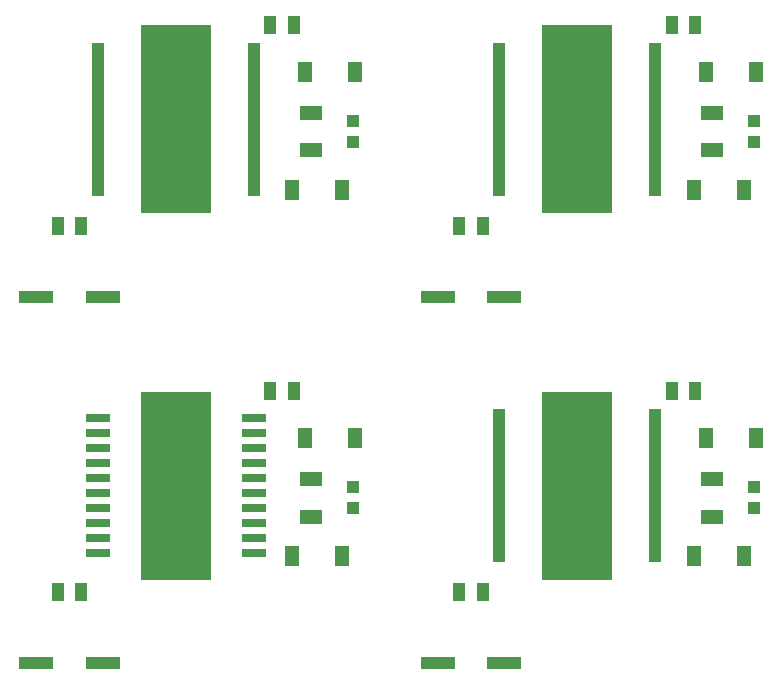
<source format=gtp>
%MOIN*%
%OFA0B0*%
%FSLAX46Y46*%
%IPPOS*%
%LPD*%
%ADD14R,0.07874X0.025*%
%ADD15R,0.23622X0.62598401574803153*%
%ADD16R,0.04330700787401575X0.03937*%
%ADD17R,0.11811X0.03937*%
%ADD18R,0.05X0.065*%
%ADD19R,0.074802992125984263X0.047244015748031491*%
%ADD20R,0.03937X0.061024015748031506*%
%ADD31R,0.07874X0.025*%
%ADD32R,0.23622X0.62598401574803153*%
%ADD33R,0.04330700787401575X0.03937*%
%ADD34R,0.11811X0.03937*%
%ADD35R,0.05X0.065*%
%ADD36R,0.074802992125984263X0.047244015748031491*%
%ADD37R,0.03937X0.061024015748031506*%
%ADD38R,0.07874X0.025*%
%ADD39R,0.23622X0.62598401574803153*%
%ADD40R,0.04330700787401575X0.03937*%
%ADD41R,0.11811X0.03937*%
%ADD42R,0.05X0.065*%
%ADD43R,0.074802992125984263X0.047244015748031491*%
%ADD44R,0.03937X0.061024015748031506*%
%ADD45R,0.07874X0.025*%
%ADD46R,0.23622X0.62598401574803153*%
%ADD47R,0.04330700787401575X0.03937*%
%ADD48R,0.11811X0.03937*%
%ADD49R,0.05X0.065*%
%ADD50R,0.074802992125984263X0.047244015748031491*%
%ADD51R,0.03937X0.061024015748031506*%
G90*
G54D14*
G01X0002887637Y0000991692D03*
G01X0002887637Y0000941692D03*
G01X0002887637Y0000891692D03*
G01X0002887637Y0000841692D03*
G01X0002887637Y0000791692D03*
G01X0002887637Y0000741692D03*
G01X0002887637Y0000691692D03*
G01X0002887637Y0000641692D03*
G01X0002887637Y0000591692D03*
G01X0002887637Y0000541692D03*
G01X0003407283Y0000541692D03*
G01X0003407283Y0000591692D03*
G01X0003407283Y0000641692D03*
G01X0003407283Y0000691692D03*
G01X0003407283Y0000741692D03*
G01X0003407283Y0000791692D03*
G01X0003407283Y0000841692D03*
G01X0003407283Y0000891692D03*
G01X0003407283Y0000941692D03*
G01X0003407283Y0000991692D03*
G54D15*
G01X0003147480Y0000766692D03*
G54D16*
G01X0003737992Y0000762755D03*
G01X0003737992Y0000691889D03*
G54D17*
G01X0002682874Y0000176181D03*
G01X0002903385Y0000176181D03*
G54D18*
G01X0003534881Y0000530511D03*
G01X0003701929Y0000530511D03*
G01X0003744251Y0000924173D03*
G01X0003577244Y0000924173D03*
G54D19*
G01X0003597480Y0000789685D03*
G01X0003597480Y0000663700D03*
G54D20*
G01X0003462401Y0001081653D03*
G01X0003541141Y0001081653D03*
G01X0002753779Y0000412401D03*
G01X0002832519Y0000412401D03*
G04 next file*
G04 Layer: TopPasteMaskLayer*
G04 EasyEDA v6.3.53, 2020-06-26T16:53:54--4:00*
G04 395d111042f2402990e7a52cfaf045f1,10*
G04 Gerber Generator version 0.2*
G04 Scale: 100 percent, Rotated: No, Reflected: No *
G04 Dimensions in millimeters *
G04 leading zeros omitted , absolute positions ,3 integer and 3 decimal *
G90*
G04 skipping 71
D31*
G01X0002887637Y0002212125D03*
G01X0002887637Y0002162125D03*
G01X0002887637Y0002112125D03*
G01X0002887637Y0002062125D03*
G01X0002887637Y0002012125D03*
G01X0002887637Y0001962125D03*
G01X0002887637Y0001912125D03*
G01X0002887637Y0001862125D03*
G01X0002887637Y0001812125D03*
G01X0002887637Y0001762125D03*
G01X0003407283Y0001762125D03*
G01X0003407283Y0001812125D03*
G01X0003407283Y0001862125D03*
G01X0003407283Y0001912125D03*
G01X0003407283Y0001962125D03*
G01X0003407283Y0002012125D03*
G01X0003407283Y0002062125D03*
G01X0003407283Y0002112125D03*
G01X0003407283Y0002162125D03*
G01X0003407283Y0002212125D03*
D32*
G01X0003147480Y0001987125D03*
D33*
G01X0003737992Y0001983188D03*
G01X0003737992Y0001912322D03*
D34*
G01X0002682874Y0001396614D03*
G01X0002903385Y0001396614D03*
D35*
G01X0003534881Y0001750944D03*
G01X0003701929Y0001750944D03*
G01X0003744251Y0002144606D03*
G01X0003577244Y0002144606D03*
D36*
G01X0003597480Y0002010118D03*
G01X0003597480Y0001884133D03*
D37*
G01X0003462401Y0002302086D03*
G01X0003541141Y0002302086D03*
G01X0002753779Y0001632834D03*
G01X0002832519Y0001632834D03*
G04 next file*
G04 Layer: TopPasteMaskLayer*
G04 EasyEDA v6.3.53, 2020-06-26T16:53:54--4:00*
G04 395d111042f2402990e7a52cfaf045f1,10*
G04 Gerber Generator version 0.2*
G04 Scale: 100 percent, Rotated: No, Reflected: No *
G04 Dimensions in millimeters *
G04 leading zeros omitted , absolute positions ,3 integer and 3 decimal *
G90*
G04 skipping 71
D38*
G01X0004226220Y0000991692D03*
G01X0004226220Y0000941692D03*
G01X0004226220Y0000891692D03*
G01X0004226220Y0000841692D03*
G01X0004226220Y0000791692D03*
G01X0004226220Y0000741692D03*
G01X0004226220Y0000691692D03*
G01X0004226220Y0000641692D03*
G01X0004226220Y0000591692D03*
G01X0004226220Y0000541692D03*
G01X0004745866Y0000541692D03*
G01X0004745866Y0000591692D03*
G01X0004745866Y0000641692D03*
G01X0004745866Y0000691692D03*
G01X0004745866Y0000741692D03*
G01X0004745866Y0000791692D03*
G01X0004745866Y0000841692D03*
G01X0004745866Y0000891692D03*
G01X0004745866Y0000941692D03*
G01X0004745866Y0000991692D03*
D39*
G01X0004486062Y0000766692D03*
D40*
G01X0005076574Y0000762755D03*
G01X0005076574Y0000691889D03*
D41*
G01X0004021456Y0000176181D03*
G01X0004241968Y0000176181D03*
D42*
G01X0004873464Y0000530511D03*
G01X0005040511Y0000530511D03*
G01X0005082834Y0000924173D03*
G01X0004915826Y0000924173D03*
D43*
G01X0004936062Y0000789685D03*
G01X0004936062Y0000663700D03*
D44*
G01X0004800984Y0001081653D03*
G01X0004879724Y0001081653D03*
G01X0004092362Y0000412401D03*
G01X0004171102Y0000412401D03*
G04 next file*
G04 Layer: TopPasteMaskLayer*
G04 EasyEDA v6.3.53, 2020-06-26T16:53:54--4:00*
G04 395d111042f2402990e7a52cfaf045f1,10*
G04 Gerber Generator version 0.2*
G04 Scale: 100 percent, Rotated: No, Reflected: No *
G04 Dimensions in millimeters *
G04 leading zeros omitted , absolute positions ,3 integer and 3 decimal *
G90*
G04 skipping 71
D45*
G01X0004226220Y0002212125D03*
G01X0004226220Y0002162125D03*
G01X0004226220Y0002112125D03*
G01X0004226220Y0002062125D03*
G01X0004226220Y0002012125D03*
G01X0004226220Y0001962125D03*
G01X0004226220Y0001912125D03*
G01X0004226220Y0001862125D03*
G01X0004226220Y0001812125D03*
G01X0004226220Y0001762125D03*
G01X0004745866Y0001762125D03*
G01X0004745866Y0001812125D03*
G01X0004745866Y0001862125D03*
G01X0004745866Y0001912125D03*
G01X0004745866Y0001962125D03*
G01X0004745866Y0002012125D03*
G01X0004745866Y0002062125D03*
G01X0004745866Y0002112125D03*
G01X0004745866Y0002162125D03*
G01X0004745866Y0002212125D03*
D46*
G01X0004486062Y0001987125D03*
D47*
G01X0005076574Y0001983188D03*
G01X0005076574Y0001912322D03*
D48*
G01X0004021456Y0001396614D03*
G01X0004241968Y0001396614D03*
D49*
G01X0004873464Y0001750944D03*
G01X0005040511Y0001750944D03*
G01X0005082834Y0002144606D03*
G01X0004915826Y0002144606D03*
D50*
G01X0004936062Y0002010118D03*
G01X0004936062Y0001884133D03*
D51*
G01X0004800984Y0002302086D03*
G01X0004879724Y0002302086D03*
G01X0004092362Y0001632834D03*
G01X0004171102Y0001632834D03*
G04 next file*
G04 Gerber Fmt 4.6, Leading zero omitted, Abs format (unit mm)*
G04 Created by KiCad (PCBNEW (5.1.6)-1) date 2020-09-18 16:39:39*
G01*
G04 APERTURE LIST*
G04 APERTURE END LIST*
M02*
</source>
